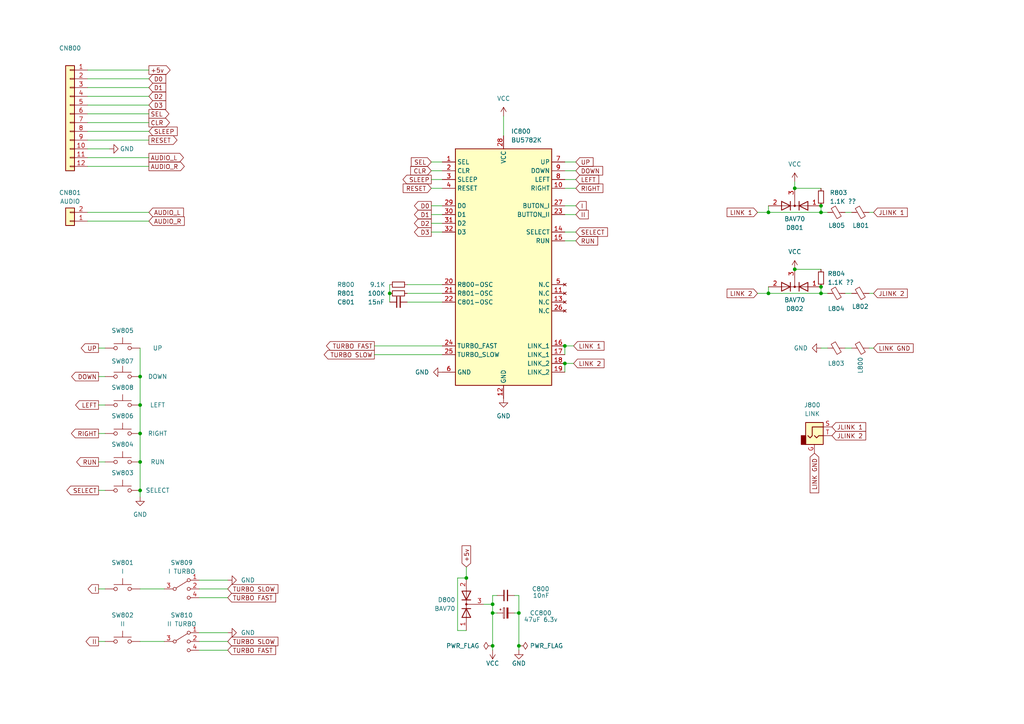
<source format=kicad_sch>
(kicad_sch (version 20230121) (generator eeschema)
  (paper "A4")
  (title_block (title "PC Engine GT Controller PCB") (date "2023-11-06") (rev "1.0") (company "The Board Folk Team"))
  (lib_symbols
    (symbol "Connector_Audio:AudioJack2_Ground"
      (property "Reference" "J" (at 0 8.89 0))
      (property "Value" "AudioJack2_Ground" (at 0 6.35 0))
      (symbol "AudioJack2_Ground_0_1"
        (rectangle (start -2.54 -2.54) (end -3.81 0) (stroke (width 0.254)) (fill (type outline)))
        (polyline (pts (xy 0 0) (xy 0.635 -0.635) (xy 1.27 0) (xy 2.54 0)) (stroke (width 0.254)))
        (polyline (pts (xy 2.54 2.54) (xy -0.635 2.54) (xy -0.635 0) (xy -1.27 -0.635) (xy -1.905 0)) (stroke (width 0.254)))
        (rectangle (start 2.54 3.81) (end -2.54 -2.54) (stroke (width 0.254)) (fill (type background)))
      )
      (symbol "AudioJack2_Ground_1_1"
        (pin passive line (at 0 -5.08 90) (length 2.54) (name "~") (number "G"))
        (pin passive line (at 5.08 2.54 180) (length 2.54) (name "~") (number "S"))
        (pin passive line (at 5.08 0 180) (length 2.54) (name "~") (number "T"))
      )
    )
    (symbol "Connector_Generic:Conn_01x02" (pin_names (offset 1.016) hide)
      (property "Reference" "J" (at 0 2.54 0))
      (property "Value" "Conn_01x02" (at 0 -5.08 0))
      (symbol "Conn_01x02_1_1"
        (rectangle (start -1.27 -2.413) (end 0 -2.667) (stroke (width 0.1524)))
        (rectangle (start -1.27 0.127) (end 0 -0.127) (stroke (width 0.1524)))
        (rectangle (start -1.27 1.27) (end 1.27 -3.81) (stroke (width 0.254)) (fill (type background)))
        (pin passive line (at -5.08 0 0) (length 3.81) (name "Pin_1") (number "1"))
        (pin passive line (at -5.08 -2.54 0) (length 3.81) (name "Pin_2") (number "2"))
      )
    )
    (symbol "Connector_Generic:Conn_01x12" (pin_names (offset 1.016) hide)
      (property "Reference" "J" (at 0 15.24 0))
      (property "Value" "Conn_01x12" (at 0 -17.78 0))
      (symbol "Conn_01x12_1_1"
        (rectangle (start -1.27 -15.113) (end 0 -15.367) (stroke (width 0.1524)))
        (rectangle (start -1.27 -12.573) (end 0 -12.827) (stroke (width 0.1524)))
        (rectangle (start -1.27 -10.033) (end 0 -10.287) (stroke (width 0.1524)))
        (rectangle (start -1.27 -7.493) (end 0 -7.747) (stroke (width 0.1524)))
        (rectangle (start -1.27 -4.953) (end 0 -5.207) (stroke (width 0.1524)))
        (rectangle (start -1.27 -2.413) (end 0 -2.667) (stroke (width 0.1524)))
        (rectangle (start -1.27 0.127) (end 0 -0.127) (stroke (width 0.1524)))
        (rectangle (start -1.27 2.667) (end 0 2.413) (stroke (width 0.1524)))
        (rectangle (start -1.27 5.207) (end 0 4.953) (stroke (width 0.1524)))
        (rectangle (start -1.27 7.747) (end 0 7.493) (stroke (width 0.1524)))
        (rectangle (start -1.27 10.287) (end 0 10.033) (stroke (width 0.1524)))
        (rectangle (start -1.27 12.827) (end 0 12.573) (stroke (width 0.1524)))
        (rectangle (start -1.27 13.97) (end 1.27 -16.51) (stroke (width 0.254)) (fill (type background)))
        (pin passive line (at -5.08 12.7 0) (length 3.81) (name "Pin_1") (number "1"))
        (pin passive line (at -5.08 -10.16 0) (length 3.81) (name "Pin_10") (number "10"))
        (pin passive line (at -5.08 -12.7 0) (length 3.81) (name "Pin_11") (number "11"))
        (pin passive line (at -5.08 -15.24 0) (length 3.81) (name "Pin_12") (number "12"))
        (pin passive line (at -5.08 10.16 0) (length 3.81) (name "Pin_2") (number "2"))
        (pin passive line (at -5.08 7.62 0) (length 3.81) (name "Pin_3") (number "3"))
        (pin passive line (at -5.08 5.08 0) (length 3.81) (name "Pin_4") (number "4"))
        (pin passive line (at -5.08 2.54 0) (length 3.81) (name "Pin_5") (number "5"))
        (pin passive line (at -5.08 0 0) (length 3.81) (name "Pin_6") (number "6"))
        (pin passive line (at -5.08 -2.54 0) (length 3.81) (name "Pin_7") (number "7"))
        (pin passive line (at -5.08 -5.08 0) (length 3.81) (name "Pin_8") (number "8"))
        (pin passive line (at -5.08 -7.62 0) (length 3.81) (name "Pin_9") (number "9"))
      )
    )
    (symbol "Device:C_Polarized_Small" (pin_numbers hide) (pin_names (offset 0.254) hide)
      (property "Reference" "C" (at 0.254 1.778 0))
      (property "Value" "C_Polarized_Small" (at 0.254 -2.032 0))
      (symbol "C_Polarized_Small_0_1"
        (rectangle (start -1.524 -0.3048) (end 1.524 -0.6858) (fill (type outline)))
        (rectangle (start -1.524 0.6858) (end 1.524 0.3048))
        (polyline (pts (xy -1.27 1.524) (xy -0.762 1.524)))
        (polyline (pts (xy -1.016 1.27) (xy -1.016 1.778)))
      )
      (symbol "C_Polarized_Small_1_1"
        (pin passive line (at 0 2.54 270) (length 1.8542) (name "~") (number "1"))
        (pin passive line (at 0 -2.54 90) (length 1.8542) (name "~") (number "2"))
      )
    )
    (symbol "Device:C_Small" (pin_numbers hide) (pin_names (offset 0.254) hide)
      (property "Reference" "C" (at 0.254 1.778 0))
      (property "Value" "C_Small" (at 0.254 -2.032 0))
      (symbol "C_Small_0_1"
        (polyline (pts (xy -1.524 -0.508) (xy 1.524 -0.508)) (stroke (width 0.3302)))
        (polyline (pts (xy -1.524 0.508) (xy 1.524 0.508)) (stroke (width 0.3048)))
      )
      (symbol "C_Small_1_1"
        (pin passive line (at 0 2.54 270) (length 2.032) (name "~") (number "1"))
        (pin passive line (at 0 -2.54 90) (length 2.032) (name "~") (number "2"))
      )
    )
    (symbol "Device:FerriteBead_Small" (pin_numbers hide) (pin_names (offset 0))
      (property "Reference" "FB" (at 1.905 1.27 0))
      (property "Value" "FerriteBead_Small" (at 1.905 -1.27 0))
      (symbol "FerriteBead_Small_0_1"
        (polyline (pts (xy 0 -1.27) (xy 0 -0.7874)))
        (polyline (pts (xy 0 0.889) (xy 0 1.2954)))
        (polyline (pts (xy -1.8288 0.2794) (xy -1.1176 1.4986) (xy 1.8288 -0.2032) (xy 1.1176 -1.4224) (xy -1.8288 0.2794)))
      )
      (symbol "FerriteBead_Small_1_1"
        (pin passive line (at 0 2.54 270) (length 1.27) (name "~") (number "1"))
        (pin passive line (at 0 -2.54 90) (length 1.27) (name "~") (number "2"))
      )
    )
    (symbol "Device:R_Small" (pin_numbers hide) (pin_names (offset 0.254) hide)
      (property "Reference" "R" (at 0.762 0.508 0))
      (property "Value" "R_Small" (at 0.762 -1.016 0))
      (symbol "R_Small_0_1"
        (rectangle (start -0.762 1.778) (end 0.762 -1.778) (stroke (width 0.2032)))
      )
      (symbol "R_Small_1_1"
        (pin passive line (at 0 2.54 270) (length 0.762) (name "~") (number "1"))
        (pin passive line (at 0 -2.54 90) (length 0.762) (name "~") (number "2"))
      )
    )
    (symbol "Diode:BAV70" (pin_names hide)
      (property "Reference" "D" (at 0.635 -2.54 0))
      (property "Value" "BAV70" (at 0 2.54 0))
      (symbol "BAV70_0_1"
        (polyline (pts (xy -3.81 0) (xy 3.81 0)))
        (polyline (pts (xy 0 0) (xy 0 -2.54)))
        (polyline (pts (xy -1.27 -1.27) (xy -1.27 1.27) (xy -1.27 1.27)) (stroke (width 0.254)))
        (polyline (pts (xy 1.27 -1.27) (xy 1.27 1.27) (xy 1.27 1.27)) (stroke (width 0.254)))
        (polyline (pts (xy -3.81 1.27) (xy -1.27 0) (xy -3.81 -1.27) (xy -3.81 1.27) (xy -3.81 1.27) (xy -3.81 1.27)) (stroke (width 0.254)))
        (polyline (pts (xy 3.81 -1.27) (xy 1.27 0) (xy 3.81 1.27) (xy 3.81 -1.27) (xy 3.81 -1.27) (xy 3.81 -1.27)) (stroke (width 0.254)))
        (circle (center 0 0) (radius 0.254) (fill (type outline)))
        (pin passive line (at -7.62 0 0) (length 3.81) (name "A") (number "1"))
        (pin passive line (at 7.62 0 180) (length 3.81) (name "A") (number "2"))
        (pin passive line (at 0 -5.08 90) (length 2.54) (name "K") (number "3"))
      )
    )
    (symbol "PCE:BU5782K"
      (property "Reference" "U" (at 0 2.54 0))
      (property "Value" "BU5782K" (at 0 0 0))
      (symbol "BU5782K_1_1"
        (rectangle (start -13.97 30.48) (end 13.97 -38.1) (stroke (width 0.254)) (fill (type background)))
        (pin input line (at -17.78 26.67 0) (length 3.81) (name "SEL") (number "1"))
        (pin input line (at 17.78 19.05 180) (length 3.81) (name "RIGHT") (number "10"))
        (pin no_connect line (at 17.78 -11.43 180) (length 3.81) (name "N.C") (number "11"))
        (pin power_in line (at 0 -41.91 90) (length 3.81) (name "GND") (number "12"))
        (pin no_connect line (at 17.78 -13.97 180) (length 3.81) (name "N.C") (number "13"))
        (pin input line (at 17.78 6.35 180) (length 3.81) (name "SELECT") (number "14"))
        (pin input line (at 17.78 3.81 180) (length 3.81) (name "RUN") (number "15"))
        (pin input line (at 17.78 -26.67 180) (length 3.81) (name "LINK_1") (number "16"))
        (pin output line (at 17.78 -29.21 180) (length 3.81) (name "LINK_1") (number "17"))
        (pin input line (at 17.78 -31.75 180) (length 3.81) (name "LINK_2") (number "18"))
        (pin output line (at 17.78 -34.29 180) (length 3.81) (name "LINK_2") (number "19"))
        (pin input line (at -17.78 24.13 0) (length 3.81) (name "CLR") (number "2"))
        (pin input line (at -17.78 -8.89 0) (length 3.81) (name "R800-OSC") (number "20"))
        (pin input line (at -17.78 -11.43 0) (length 3.81) (name "R801-OSC") (number "21"))
        (pin input line (at -17.78 -13.97 0) (length 3.81) (name "C801-OSC") (number "22"))
        (pin input line (at 17.78 11.43 180) (length 3.81) (name "BUTTON_II") (number "23"))
        (pin output line (at -17.78 -26.67 0) (length 3.81) (name "TURBO_FAST") (number "24"))
        (pin output line (at -17.78 -29.21 0) (length 3.81) (name "TURBO_SLOW") (number "25"))
        (pin no_connect line (at 17.78 -16.51 180) (length 3.81) (name "N.C") (number "26"))
        (pin input line (at 17.78 13.97 180) (length 3.81) (name "BUTON_I") (number "27"))
        (pin power_in line (at 0 34.29 270) (length 3.81) (name "VCC") (number "28"))
        (pin output line (at -17.78 13.97 0) (length 3.81) (name "D0") (number "29"))
        (pin output line (at -17.78 21.59 0) (length 3.81) (name "SLEEP") (number "3"))
        (pin output line (at -17.78 11.43 0) (length 3.81) (name "D1") (number "30"))
        (pin output line (at -17.78 8.89 0) (length 3.81) (name "D2") (number "31"))
        (pin output line (at -17.78 6.35 0) (length 3.81) (name "D3") (number "32"))
        (pin input line (at -17.78 19.05 0) (length 3.81) (name "RESET") (number "4"))
        (pin no_connect line (at 17.78 -8.89 180) (length 3.81) (name "N.C") (number "5"))
        (pin input line (at -17.78 -34.29 0) (length 3.81) (name "GND") (number "6"))
        (pin input line (at 17.78 26.67 180) (length 3.81) (name "UP") (number "7"))
        (pin input line (at 17.78 21.59 180) (length 3.81) (name "LEFT") (number "8"))
        (pin input line (at 17.78 24.13 180) (length 3.81) (name "DOWN") (number "9"))
      )
    )
    (symbol "Switch:SW_Push" (pin_numbers hide) (pin_names (offset 1.016) hide)
      (property "Reference" "SW" (at 1.27 2.54 0))
      (property "Value" "SW_Push" (at 0 -1.524 0))
      (symbol "SW_Push_0_1"
        (circle (center -2.032 0) (radius 0.508))
        (polyline (pts (xy 0 1.27) (xy 0 3.048)))
        (polyline (pts (xy 2.54 1.27) (xy -2.54 1.27)))
        (circle (center 2.032 0) (radius 0.508))
        (pin passive line (at -5.08 0 0) (length 2.54) (name "1") (number "1"))
        (pin passive line (at 5.08 0 180) (length 2.54) (name "2") (number "2"))
      )
    )
    (symbol "Switch:SW_SP3T" (pin_names (offset 0) hide)
      (property "Reference" "SW" (at 0 5.08 0))
      (property "Value" "SW_SP3T" (at 0 -5.08 0))
      (symbol "SW_SP3T_0_1"
        (circle (center -2.032 0) (radius 0.4572))
        (polyline (pts (xy -1.651 0.254) (xy 1.651 2.286)))
        (circle (center 2.032 -2.54) (radius 0.4572))
        (circle (center 2.032 0) (radius 0.4572))
        (circle (center 2.032 2.54) (radius 0.4572))
      )
      (symbol "SW_SP3T_1_1"
        (pin passive line (at 5.08 2.54 180) (length 2.54) (name "1") (number "1"))
        (pin passive line (at 5.08 0 180) (length 2.54) (name "2") (number "2"))
        (pin passive line (at -5.08 0 0) (length 2.54) (name "3") (number "3"))
        (pin passive line (at 5.08 -2.54 180) (length 2.54) (name "4") (number "4"))
      )
    )
    (symbol "power:GND" (power) (pin_names (offset 0))
      (property "Value" "GND" (at 0 -3.81 0))
      (symbol "GND_0_1"
        (polyline (pts (xy 0 0) (xy 0 -1.27) (xy 1.27 -1.27) (xy 0 -2.54) (xy -1.27 -1.27) (xy 0 -1.27)))
      )
      (symbol "GND_1_1"
        (pin power_in line (at 0 0 270) (length 0) hide (name "GND") (number "1"))
      )
    )
    (symbol "power:PWR_FLAG" (power) (pin_numbers hide) (pin_names (offset 0) hide)
      (property "Value" "PWR_FLAG" (at 0 3.81 0))
      (symbol "PWR_FLAG_0_0"
        (pin power_out line (at 0 0 90) (length 0) (name "pwr") (number "1"))
      )
      (symbol "PWR_FLAG_0_1"
        (polyline (pts (xy 0 0) (xy 0 1.27) (xy -1.016 1.905) (xy 0 2.54) (xy 1.016 1.905) (xy 0 1.27)))
      )
    )
    (symbol "power:VCC" (power) (pin_names (offset 0))
      (property "Value" "VCC" (at 0 3.81 0))
      (symbol "VCC_0_1"
        (polyline (pts (xy -0.762 1.27) (xy 0 2.54)))
        (polyline (pts (xy 0 0) (xy 0 2.54)))
        (polyline (pts (xy 0 2.54) (xy 0.762 1.27)))
      )
      (symbol "VCC_1_1"
        (pin power_in line (at 0 0 90) (length 0) hide (name "VCC") (number "1"))
      )
    )
  )
  (junction (at 238.125 83.185))
  (junction (at 142.875 187.325))
  (junction (at 238.125 85.09))
  (junction (at 150.495 177.8))
  (junction (at 40.64 142.24))
  (junction (at 238.125 61.595))
  (junction (at 40.64 109.22))
  (junction (at 150.495 187.325))
  (junction (at 40.64 117.475))
  (junction (at 142.875 177.8))
  (junction (at 230.505 54.61))
  (junction (at 113.03 85.09))
  (junction (at 40.64 133.985))
  (junction (at 222.885 85.09))
  (junction (at 163.83 105.41))
  (junction (at 163.83 100.33))
  (junction (at 238.125 59.69))
  (junction (at 135.255 167.64))
  (junction (at 142.875 175.26))
  (junction (at 222.885 61.595))
  (junction (at 40.64 125.73))
  (junction (at 230.505 78.105))
  (wire (pts (xy 163.83 100.33) (xy 163.83 102.87)))
  (wire (pts (xy 166.37 105.41) (xy 163.83 105.41)))
  (wire (pts (xy 66.04 188.595) (xy 57.785 188.595)))
  (wire (pts (xy 28.575 186.055) (xy 30.48 186.055)))
  (wire (pts (xy 150.495 177.8) (xy 150.495 187.325)))
  (wire (pts (xy 125.095 54.61) (xy 128.27 54.61)))
  (wire (pts (xy 150.495 177.8) (xy 149.225 177.8)))
  (wire (pts (xy 118.11 87.63) (xy 128.27 87.63)))
  (wire (pts (xy 142.875 172.72) (xy 142.875 175.26)))
  (wire (pts (xy 40.64 125.73) (xy 40.64 133.985)))
  (wire (pts (xy 25.4 45.72) (xy 43.18 45.72)))
  (wire (pts (xy 66.04 186.055) (xy 57.785 186.055)))
  (wire (pts (xy 25.4 35.56) (xy 43.18 35.56)))
  (wire (pts (xy 222.885 83.185) (xy 222.885 85.09)))
  (wire (pts (xy 28.575 117.475) (xy 30.48 117.475)))
  (wire (pts (xy 28.575 133.985) (xy 30.48 133.985)))
  (wire (pts (xy 222.885 61.595) (xy 238.125 61.595)))
  (wire (pts (xy 132.715 167.64) (xy 132.715 182.88)))
  (wire (pts (xy 230.505 52.705) (xy 230.505 54.61)))
  (wire (pts (xy 163.83 105.41) (xy 163.83 107.95)))
  (wire (pts (xy 66.04 173.355) (xy 57.785 173.355)))
  (wire (pts (xy 28.575 142.24) (xy 30.48 142.24)))
  (wire (pts (xy 253.365 61.595) (xy 252.095 61.595)))
  (wire (pts (xy 146.05 33.655) (xy 146.05 39.37)))
  (wire (pts (xy 25.4 43.18) (xy 31.75 43.18)))
  (wire (pts (xy 150.495 172.72) (xy 149.225 172.72)))
  (wire (pts (xy 219.71 61.595) (xy 222.885 61.595)))
  (wire (pts (xy 66.04 183.515) (xy 57.785 183.515)))
  (wire (pts (xy 142.875 188.595) (xy 142.875 187.325)))
  (wire (pts (xy 125.095 46.99) (xy 128.27 46.99)))
  (wire (pts (xy 245.11 85.09) (xy 247.015 85.09)))
  (wire (pts (xy 25.4 27.94) (xy 43.18 27.94)))
  (wire (pts (xy 142.875 177.8) (xy 142.875 187.325)))
  (wire (pts (xy 40.64 133.985) (xy 40.64 142.24)))
  (wire (pts (xy 222.885 59.69) (xy 222.885 61.595)))
  (wire (pts (xy 25.4 25.4) (xy 43.18 25.4)))
  (wire (pts (xy 238.125 85.09) (xy 238.125 83.185)))
  (wire (pts (xy 125.095 67.31) (xy 128.27 67.31)))
  (wire (pts (xy 230.505 78.105) (xy 238.125 78.105)))
  (wire (pts (xy 167.005 67.31) (xy 163.83 67.31)))
  (wire (pts (xy 238.125 85.09) (xy 240.03 85.09)))
  (wire (pts (xy 132.715 182.88) (xy 135.255 182.88)))
  (wire (pts (xy 40.64 170.815) (xy 47.625 170.815)))
  (wire (pts (xy 163.83 59.69) (xy 167.005 59.69)))
  (wire (pts (xy 167.005 54.61) (xy 163.83 54.61)))
  (wire (pts (xy 108.585 102.87) (xy 128.27 102.87)))
  (wire (pts (xy 25.4 20.32) (xy 43.18 20.32)))
  (wire (pts (xy 28.575 170.815) (xy 30.48 170.815)))
  (wire (pts (xy 25.4 48.26) (xy 43.18 48.26)))
  (wire (pts (xy 25.4 33.02) (xy 43.18 33.02)))
  (wire (pts (xy 247.015 61.595) (xy 245.11 61.595)))
  (wire (pts (xy 25.4 40.64) (xy 43.18 40.64)))
  (wire (pts (xy 66.04 168.275) (xy 57.785 168.275)))
  (wire (pts (xy 166.37 100.33) (xy 163.83 100.33)))
  (wire (pts (xy 150.495 172.72) (xy 150.495 177.8)))
  (wire (pts (xy 140.335 175.26) (xy 142.875 175.26)))
  (wire (pts (xy 125.095 62.23) (xy 128.27 62.23)))
  (wire (pts (xy 142.875 175.26) (xy 142.875 177.8)))
  (wire (pts (xy 40.64 100.965) (xy 40.64 109.22)))
  (wire (pts (xy 167.005 46.99) (xy 163.83 46.99)))
  (wire (pts (xy 113.03 85.09) (xy 113.03 87.63)))
  (wire (pts (xy 144.145 177.8) (xy 142.875 177.8)))
  (wire (pts (xy 25.4 22.86) (xy 43.18 22.86)))
  (wire (pts (xy 125.095 52.07) (xy 128.27 52.07)))
  (wire (pts (xy 238.125 61.595) (xy 238.125 59.69)))
  (wire (pts (xy 113.03 82.55) (xy 113.03 85.09)))
  (wire (pts (xy 40.64 144.145) (xy 40.64 142.24)))
  (wire (pts (xy 118.11 85.09) (xy 128.27 85.09)))
  (wire (pts (xy 28.575 125.73) (xy 30.48 125.73)))
  (wire (pts (xy 245.11 100.965) (xy 247.015 100.965)))
  (wire (pts (xy 40.64 117.475) (xy 40.64 125.73)))
  (wire (pts (xy 240.03 61.595) (xy 238.125 61.595)))
  (wire (pts (xy 28.575 100.965) (xy 30.48 100.965)))
  (wire (pts (xy 167.005 52.07) (xy 163.83 52.07)))
  (wire (pts (xy 150.495 187.325) (xy 150.495 188.595)))
  (wire (pts (xy 230.505 54.61) (xy 238.125 54.61)))
  (wire (pts (xy 238.125 100.965) (xy 240.03 100.965)))
  (wire (pts (xy 135.255 164.465) (xy 135.255 167.64)))
  (wire (pts (xy 167.005 69.85) (xy 163.83 69.85)))
  (wire (pts (xy 40.64 109.22) (xy 40.64 117.475)))
  (wire (pts (xy 253.365 85.09) (xy 252.095 85.09)))
  (wire (pts (xy 118.11 82.55) (xy 128.27 82.55)))
  (wire (pts (xy 25.4 30.48) (xy 43.18 30.48)))
  (wire (pts (xy 125.095 64.77) (xy 128.27 64.77)))
  (wire (pts (xy 28.575 109.22) (xy 30.48 109.22)))
  (wire (pts (xy 163.83 62.23) (xy 167.005 62.23)))
  (wire (pts (xy 25.4 38.1) (xy 43.18 38.1)))
  (wire (pts (xy 125.095 59.69) (xy 128.27 59.69)))
  (wire (pts (xy 25.4 61.595) (xy 43.18 61.595)))
  (wire (pts (xy 135.255 167.64) (xy 132.715 167.64)))
  (wire (pts (xy 108.585 100.33) (xy 128.27 100.33)))
  (wire (pts (xy 125.095 49.53) (xy 128.27 49.53)))
  (wire (pts (xy 25.4 64.135) (xy 43.18 64.135)))
  (wire (pts (xy 252.095 100.965) (xy 253.365 100.965)))
  (wire (pts (xy 66.04 170.815) (xy 57.785 170.815)))
  (wire (pts (xy 222.885 85.09) (xy 238.125 85.09)))
  (wire (pts (xy 167.005 49.53) (xy 163.83 49.53)))
  (wire (pts (xy 40.64 186.055) (xy 47.625 186.055)))
  (wire (pts (xy 219.71 85.09) (xy 222.885 85.09)))
  (wire (pts (xy 142.875 172.72) (xy 144.145 172.72)))
  (global_label "JLINK 2" (shape input) (at 241.3 126.365 0) (property "Intersheetrefs" "${INTERSHEET_REFS}" (effects hide)))
  (global_label "UP" (shape output) (at 28.575 100.965 180) (property "Intersheetrefs" "${INTERSHEET_REFS}" (effects hide)))
  (global_label "I" (shape output) (at 28.575 170.815 180) (property "Intersheetrefs" "${INTERSHEET_REFS}" (effects hide)))
  (global_label "UP" (shape input) (at 167.005 46.99 0) (property "Intersheetrefs" "${INTERSHEET_REFS}" (effects hide)))
  (global_label "II" (shape output) (at 28.575 186.055 180) (property "Intersheetrefs" "${INTERSHEET_REFS}" (effects hide)))
  (global_label "TURBO FAST" (shape input) (at 66.04 173.355 0) (property "Intersheetrefs" "${INTERSHEET_REFS}" (effects hide)))
  (global_label "LEFT" (shape input) (at 167.005 52.07 0) (property "Intersheetrefs" "${INTERSHEET_REFS}" (effects hide)))
  (global_label "LINK 1" (shape input) (at 219.71 61.595 180) (property "Intersheetrefs" "${INTERSHEET_REFS}" (effects hide)))
  (global_label "D0" (shape input) (at 43.18 22.86 0) (property "Intersheetrefs" "${INTERSHEET_REFS}" (effects hide)))
  (global_label "D3" (shape input) (at 43.18 30.48 0) (property "Intersheetrefs" "${INTERSHEET_REFS}" (effects hide)))
  (global_label "CLR" (shape output) (at 43.18 35.56 0) (property "Intersheetrefs" "${INTERSHEET_REFS}" (effects hide)))
  (global_label "D2" (shape output) (at 125.095 64.77 180) (property "Intersheetrefs" "${INTERSHEET_REFS}" (effects hide)))
  (global_label "CLR" (shape input) (at 125.095 49.53 180) (property "Intersheetrefs" "${INTERSHEET_REFS}" (effects hide)))
  (global_label "LEFT" (shape output) (at 28.575 117.475 180) (property "Intersheetrefs" "${INTERSHEET_REFS}" (effects hide)))
  (global_label "SELECT" (shape output) (at 28.575 142.24 180) (property "Intersheetrefs" "${INTERSHEET_REFS}" (effects hide)))
  (global_label "TURBO SLOW" (shape input) (at 66.04 186.055 0) (property "Intersheetrefs" "${INTERSHEET_REFS}" (effects hide)))
  (global_label "D1" (shape input) (at 43.18 25.4 0) (property "Intersheetrefs" "${INTERSHEET_REFS}" (effects hide)))
  (global_label "JLINK 1" (shape input) (at 253.365 61.595 0) (property "Intersheetrefs" "${INTERSHEET_REFS}" (effects hide)))
  (global_label "DOWN" (shape input) (at 167.005 49.53 0) (property "Intersheetrefs" "${INTERSHEET_REFS}" (effects hide)))
  (global_label "LINK 2" (shape input) (at 219.71 85.09 180) (property "Intersheetrefs" "${INTERSHEET_REFS}" (effects hide)))
  (global_label "+5v" (shape output) (at 43.18 20.32 0) (property "Intersheetrefs" "${INTERSHEET_REFS}" (effects hide)))
  (global_label "DOWN" (shape output) (at 28.575 109.22 180) (property "Intersheetrefs" "${INTERSHEET_REFS}" (effects hide)))
  (global_label "TURBO SLOW" (shape output) (at 108.585 102.87 180) (property "Intersheetrefs" "${INTERSHEET_REFS}" (effects hide)))
  (global_label "LINK 2" (shape input) (at 166.37 105.41 0) (property "Intersheetrefs" "${INTERSHEET_REFS}" (effects hide)))
  (global_label "I" (shape input) (at 167.005 59.69 0) (property "Intersheetrefs" "${INTERSHEET_REFS}" (effects hide)))
  (global_label "RESET" (shape input) (at 125.095 54.61 180) (property "Intersheetrefs" "${INTERSHEET_REFS}" (effects hide)))
  (global_label "RESET" (shape output) (at 43.18 40.64 0) (property "Intersheetrefs" "${INTERSHEET_REFS}" (effects hide)))
  (global_label "RUN" (shape input) (at 167.005 69.85 0) (property "Intersheetrefs" "${INTERSHEET_REFS}" (effects hide)))
  (global_label "JLINK 2" (shape input) (at 253.365 85.09 0) (property "Intersheetrefs" "${INTERSHEET_REFS}" (effects hide)))
  (global_label "JLINK 1" (shape input) (at 241.3 123.825 0) (property "Intersheetrefs" "${INTERSHEET_REFS}" (effects hide)))
  (global_label "LINK GND" (shape input) (at 236.22 131.445 270) (property "Intersheetrefs" "${INTERSHEET_REFS}" (effects hide)))
  (global_label "+5v" (shape input) (at 135.255 164.465 90) (property "Intersheetrefs" "${INTERSHEET_REFS}" (effects hide)))
  (global_label "RIGHT" (shape output) (at 28.575 125.73 180) (property "Intersheetrefs" "${INTERSHEET_REFS}" (effects hide)))
  (global_label "AUDIO_L" (shape output) (at 43.18 45.72 0) (property "Intersheetrefs" "${INTERSHEET_REFS}" (effects hide)))
  (global_label "D3" (shape output) (at 125.095 67.31 180) (property "Intersheetrefs" "${INTERSHEET_REFS}" (effects hide)))
  (global_label "SEL" (shape output) (at 43.18 33.02 0) (property "Intersheetrefs" "${INTERSHEET_REFS}" (effects hide)))
  (global_label "AUDIO_L" (shape input) (at 43.18 61.595 0) (property "Intersheetrefs" "${INTERSHEET_REFS}" (effects hide)))
  (global_label "SLEEP" (shape output) (at 125.095 52.07 180) (property "Intersheetrefs" "${INTERSHEET_REFS}" (effects hide)))
  (global_label "LINK 1" (shape input) (at 166.37 100.33 0) (property "Intersheetrefs" "${INTERSHEET_REFS}" (effects hide)))
  (global_label "TURBO FAST" (shape output) (at 108.585 100.33 180) (property "Intersheetrefs" "${INTERSHEET_REFS}" (effects hide)))
  (global_label "D1" (shape output) (at 125.095 62.23 180) (property "Intersheetrefs" "${INTERSHEET_REFS}" (effects hide)))
  (global_label "TURBO SLOW" (shape input) (at 66.04 170.815 0) (property "Intersheetrefs" "${INTERSHEET_REFS}" (effects hide)))
  (global_label "D0" (shape output) (at 125.095 59.69 180) (property "Intersheetrefs" "${INTERSHEET_REFS}" (effects hide)))
  (global_label "SLEEP" (shape input) (at 43.18 38.1 0) (property "Intersheetrefs" "${INTERSHEET_REFS}" (effects hide)))
  (global_label "LINK GND" (shape input) (at 253.365 100.965 0) (property "Intersheetrefs" "${INTERSHEET_REFS}" (effects hide)))
  (global_label "II" (shape input) (at 167.005 62.23 0) (property "Intersheetrefs" "${INTERSHEET_REFS}" (effects hide)))
  (global_label "SEL" (shape input) (at 125.095 46.99 180) (property "Intersheetrefs" "${INTERSHEET_REFS}" (effects hide)))
  (global_label "SELECT" (shape input) (at 167.005 67.31 0) (property "Intersheetrefs" "${INTERSHEET_REFS}" (effects hide)))
  (global_label "AUDIO_R" (shape output) (at 43.18 48.26 0) (property "Intersheetrefs" "${INTERSHEET_REFS}" (effects hide)))
  (global_label "D2" (shape input) (at 43.18 27.94 0) (property "Intersheetrefs" "${INTERSHEET_REFS}" (effects hide)))
  (global_label "RUN" (shape output) (at 28.575 133.985 180) (property "Intersheetrefs" "${INTERSHEET_REFS}" (effects hide)))
  (global_label "AUDIO_R" (shape input) (at 43.18 64.135 0) (property "Intersheetrefs" "${INTERSHEET_REFS}" (effects hide)))
  (global_label "RIGHT" (shape input) (at 167.005 54.61 0) (property "Intersheetrefs" "${INTERSHEET_REFS}" (effects hide)))
  (global_label "TURBO FAST" (shape input) (at 66.04 188.595 0) (property "Intersheetrefs" "${INTERSHEET_REFS}" (effects hide)))
  (symbol (lib_id "Diode:BAV70") (at 230.505 59.69 180) (unit 1)
    (property "Reference" "D801" (at 230.505 66.04 0))
    (property "Value" "BAV70" (at 230.505 63.5 0))
    (property "Footprint" "GT Controller:Diode SOT-23" (effects hide))
    (property "Datasheet" "https://assets.nexperia.com/documents/data-sheet/BAV70_SER.pdf" (effects hide))
  )
  (symbol (lib_id "Device:FerriteBead_Small") (at 242.57 85.09 90) (mirror x) (unit 1)
    (property "Reference" "L804" (at 242.5319 89.535 90))
    (property "Value" "FerriteBead_Small" (effects hide))
    (property "Footprint" "GT Controller:Resistor 0805 SMD" (effects hide))
  )
  (symbol (lib_id "power:GND") (at 146.05 115.57 0) (unit 1)
    (property "Reference" "#PWR05" (effects hide))
    (property "Value" "GND" (at 146.05 120.65 0))
  )
  (symbol (lib_id "power:GND") (at 66.04 168.275 90) (unit 1)
    (property "Reference" "#PWR010" (effects hide))
    (property "Value" "GND" (at 69.85 168.275 90) (effects (justify right)))
  )
  (symbol (lib_id "Device:FerriteBead_Small") (at 249.555 85.09 90) (mirror x) (unit 1)
    (property "Reference" "L802" (at 249.5169 88.9 90))
    (property "Value" "FerriteBead_Small" (effects hide))
    (property "Footprint" "GT Controller:Ferrite" (effects hide))
  )
  (symbol (lib_id "PCE:BU5782K") (at 146.05 73.66 0) (unit 1)
    (property "Reference" "IC800" (at 148.2441 38.1 0) (effects (justify left)))
    (property "Value" "BU5782K" (at 148.2441 40.64 0) (effects (justify left)))
    (property "Footprint" "GT Controller:IC800" (effects hide))
  )
  (symbol (lib_id "Switch:SW_Push") (at 35.56 170.815 0) (unit 1)
    (property "Reference" "SW801" (at 35.56 163.195 0))
    (property "Value" "I" (at 35.56 165.735 0))
    (property "Footprint" "GT Controller:Switch Type 3" (effects hide))
  )
  (symbol (lib_id "power:PWR_FLAG") (at 150.495 187.325 270) (unit 1)
    (property "Reference" "#FLG01" (effects hide))
    (property "Value" "PWR_FLAG" (at 153.67 187.325 90) (effects (justify left)))
  )
  (symbol (lib_id "Switch:SW_Push") (at 35.56 133.985 0) (unit 1)
    (property "Reference" "SW804" (at 35.56 128.905 0))
    (property "Value" "RUN" (at 45.72 133.985 0))
    (property "Footprint" "GT Controller:Switch Type 1" (effects hide))
  )
  (symbol (lib_id "Diode:BAV70") (at 230.505 83.185 180) (unit 1)
    (property "Reference" "D802" (at 230.505 89.535 0))
    (property "Value" "BAV70" (at 230.505 86.995 0))
    (property "Footprint" "GT Controller:Diode SOT-23" (effects hide))
    (property "Datasheet" "https://assets.nexperia.com/documents/data-sheet/BAV70_SER.pdf" (effects hide))
  )
  (symbol (lib_id "Switch:SW_Push") (at 35.56 117.475 0) (unit 1)
    (property "Reference" "SW808" (at 35.56 112.395 0))
    (property "Value" "LEFT" (at 45.72 117.475 0))
    (property "Footprint" "GT Controller:Switch Type 5" (effects hide))
  )
  (symbol (lib_id "Switch:SW_Push") (at 35.56 142.24 0) (unit 1)
    (property "Reference" "SW803" (at 35.56 137.16 0))
    (property "Value" "SELECT" (at 45.72 142.24 0))
    (property "Footprint" "GT Controller:Switch Type 1" (effects hide))
  )
  (symbol (lib_id "Switch:SW_Push") (at 35.56 100.965 0) (unit 1)
    (property "Reference" "SW805" (at 35.56 95.885 0))
    (property "Value" "UP" (at 45.72 100.965 0))
    (property "Footprint" "GT Controller:Switch Type 4" (effects hide))
  )
  (symbol (lib_id "Connector_Generic:Conn_01x02") (at 20.32 64.135 180) (unit 1)
    (property "Reference" "CN801" (at 20.32 55.88 0))
    (property "Value" "AUDIO" (at 20.32 58.42 0))
    (property "Footprint" "GT Controller:CN801" (effects hide))
  )
  (symbol (lib_id "power:GND") (at 66.04 183.515 90) (unit 1)
    (property "Reference" "#PWR011" (effects hide))
    (property "Value" "GND" (at 69.85 183.515 90) (effects (justify right)))
  )
  (symbol (lib_id "Device:R_Small") (at 238.125 80.645 0) (unit 1)
    (property "Reference" "R804" (at 240.03 79.375 0) (effects (justify left)))
    (property "Value" "1.1K ??" (at 240.03 81.915 0) (effects (justify left)))
    (property "Footprint" "GT Controller:Resistor 0805 SMD" (effects hide))
  )
  (symbol (lib_id "power:PWR_FLAG") (at 142.875 187.325 90) (unit 1)
    (property "Reference" "#FLG02" (effects hide))
    (property "Value" "PWR_FLAG" (at 139.065 187.325 90) (effects (justify left)))
  )
  (symbol (lib_id "Switch:SW_Push") (at 35.56 186.055 0) (unit 1)
    (property "Reference" "SW802" (at 35.56 178.435 0))
    (property "Value" "II" (at 35.56 180.975 0))
    (property "Footprint" "GT Controller:Switch Type 2" (effects hide))
  )
  (symbol (lib_id "Device:R_Small") (at 115.57 82.55 90) (unit 1)
    (property "Reference" "R800" (at 102.87 82.55 90) (effects (justify left)))
    (property "Value" "9.1K" (at 111.76 82.55 90) (effects (justify left)))
    (property "Footprint" "GT Controller:Resistor 0805 SMD" (effects hide))
  )
  (symbol (lib_id "Diode:BAV70") (at 135.255 175.26 90) (unit 1)
    (property "Reference" "D800" (at 132.08 173.99 90) (effects (justify left)))
    (property "Value" "BAV70" (at 132.08 176.53 90) (effects (justify left)))
    (property "Footprint" "GT Controller:Diode SOT-23" (effects hide))
    (property "Datasheet" "https://assets.nexperia.com/documents/data-sheet/BAV70_SER.pdf" (effects hide))
  )
  (symbol (lib_id "Connector_Generic:Conn_01x12") (at 20.32 33.02 0) (mirror y) (unit 1)
    (property "Reference" "CN800" (at 20.32 13.97 0))
    (property "Value" "Conn_01x12" (effects hide))
    (property "Footprint" "GT Controller:CN800" (effects hide))
  )
  (symbol (lib_id "Device:C_Small") (at 115.57 87.63 90) (unit 1)
    (property "Reference" "C801" (at 97.79 87.63 90) (effects (justify right)))
    (property "Value" "15nF" (at 106.68 87.63 90) (effects (justify right)))
    (property "Footprint" "GT Controller:Resistor 0805 SMD" (effects hide))
  )
  (symbol (lib_id "power:VCC") (at 230.505 52.705 0) (unit 1)
    (property "Reference" "#PWR08" (effects hide))
    (property "Value" "VCC" (at 230.505 47.625 0))
  )
  (symbol (lib_id "power:VCC") (at 146.05 33.655 0) (unit 1)
    (property "Reference" "#PWR013" (effects hide))
    (property "Value" "VCC" (at 146.05 28.575 0))
  )
  (symbol (lib_id "Device:FerriteBead_Small") (at 249.555 100.965 90) (mirror x) (unit 1)
    (property "Reference" "L800" (at 249.555 103.505 0) (effects (justify left)))
    (property "Value" "FerriteBead_Small" (effects hide))
    (property "Footprint" "GT Controller:Ferrite" (effects hide))
  )
  (symbol (lib_id "Device:R_Small") (at 238.125 57.15 0) (unit 1)
    (property "Reference" "R803" (at 240.665 55.88 0) (effects (justify left)))
    (property "Value" "1.1K ??" (at 240.665 58.42 0) (effects (justify left)))
    (property "Footprint" "GT Controller:Resistor 0805 SMD" (effects hide))
  )
  (symbol (lib_id "Device:C_Small") (at 146.685 172.72 90) (unit 1)
    (property "Reference" "C800" (at 159.385 170.815 90) (effects (justify left)))
    (property "Value" "10nF" (at 159.385 172.72 90) (effects (justify left)))
    (property "Footprint" "GT Controller:Resistor 0805 SMD" (effects hide))
  )
  (symbol (lib_id "Device:FerriteBead_Small") (at 249.555 61.595 90) (mirror x) (unit 1)
    (property "Reference" "L801" (at 252.095 65.405 90) (effects (justify left)))
    (property "Value" "FerriteBead_Small" (effects hide))
    (property "Footprint" "GT Controller:Ferrite" (effects hide))
  )
  (symbol (lib_id "Connector_Audio:AudioJack2_Ground") (at 236.22 126.365 0) (unit 1)
    (property "Reference" "J800" (at 235.585 117.475 0))
    (property "Value" "LINK" (at 235.585 120.015 0))
    (property "Footprint" "GT Controller:J800" (effects hide))
  )
  (symbol (lib_id "power:GND") (at 40.64 144.145 0) (unit 1)
    (property "Reference" "#PWR07" (effects hide))
    (property "Value" "GND" (at 40.64 149.225 0))
  )
  (symbol (lib_id "power:GND") (at 31.75 43.18 90) (unit 1)
    (property "Reference" "#PWR01" (effects hide))
    (property "Value" "GND" (at 36.83 43.18 90))
  )
  (symbol (lib_id "Switch:SW_SP3T") (at 52.705 170.815 0) (unit 1)
    (property "Reference" "SW809" (at 52.705 163.195 0))
    (property "Value" "I TURBO" (at 52.705 165.735 0))
    (property "Footprint" "GT Controller:Turbo Switch" (effects hide))
  )
  (symbol (lib_id "Device:FerriteBead_Small") (at 242.57 100.965 90) (mirror x) (unit 1)
    (property "Reference" "L803" (at 242.5319 105.41 90))
    (property "Value" "FerriteBead_Small" (effects hide))
    (property "Footprint" "GT Controller:Resistor 0805 SMD" (effects hide))
  )
  (symbol (lib_id "power:GND") (at 238.125 100.965 270) (unit 1)
    (property "Reference" "#PWR012" (effects hide))
    (property "Value" "GND" (at 234.315 100.965 90) (effects (justify right)))
  )
  (symbol (lib_id "power:VCC") (at 142.875 188.595 180) (unit 1)
    (property "Reference" "#PWR014" (effects hide))
    (property "Value" "VCC" (at 142.875 192.405 0))
  )
  (symbol (lib_id "Switch:SW_SP3T") (at 52.705 186.055 0) (unit 1)
    (property "Reference" "SW810" (at 52.705 178.435 0))
    (property "Value" "II TURBO" (at 52.705 180.975 0))
    (property "Footprint" "GT Controller:Turbo Switch" (effects hide))
  )
  (symbol (lib_id "power:GND") (at 150.495 188.595 0) (unit 1)
    (property "Reference" "#PWR02" (effects hide))
    (property "Value" "GND" (at 150.495 192.405 0))
  )
  (symbol (lib_id "power:GND") (at 128.27 107.95 270) (unit 1)
    (property "Reference" "#PWR06" (effects hide))
    (property "Value" "GND" (at 124.46 107.95 90) (effects (justify right)))
  )
  (symbol (lib_id "Device:R_Small") (at 115.57 85.09 90) (unit 1)
    (property "Reference" "R801" (at 102.87 85.09 90) (effects (justify left)))
    (property "Value" "100K" (at 111.76 85.09 90) (effects (justify left)))
    (property "Footprint" "GT Controller:Resistor 0805 SMD" (effects hide))
  )
  (symbol (lib_id "Device:FerriteBead_Small") (at 242.57 61.595 90) (mirror x) (unit 1)
    (property "Reference" "L805" (at 245.11 65.405 90) (effects (justify left)))
    (property "Value" "FerriteBead_Small" (effects hide))
    (property "Footprint" "GT Controller:Resistor 0805 SMD" (effects hide))
  )
  (symbol (lib_id "Device:C_Polarized_Small") (at 146.685 177.8 90) (mirror x) (unit 1)
    (property "Reference" "CC800" (at 156.845 177.8 90))
    (property "Value" "47uF 6.3v" (at 156.845 179.705 90))
    (property "Footprint" "GT Controller:CC800 Electrolytic" (effects hide))
  )
  (symbol (lib_id "Switch:SW_Push") (at 35.56 109.22 0) (unit 1)
    (property "Reference" "SW807" (at 35.56 104.775 0))
    (property "Value" "DOWN" (at 45.72 109.22 0))
    (property "Footprint" "GT Controller:Switch Type 4" (effects hide))
  )
  (symbol (lib_id "Switch:SW_Push") (at 35.56 125.73 0) (unit 1)
    (property "Reference" "SW806" (at 35.56 120.65 0))
    (property "Value" "RIGHT" (at 45.72 125.73 0))
    (property "Footprint" "GT Controller:Switch Type 5" (effects hide))
  )
  (symbol (lib_id "power:VCC") (at 230.505 78.105 0) (unit 1)
    (property "Reference" "#PWR09" (effects hide))
    (property "Value" "VCC" (at 230.505 73.025 0))
  )
)
</source>
